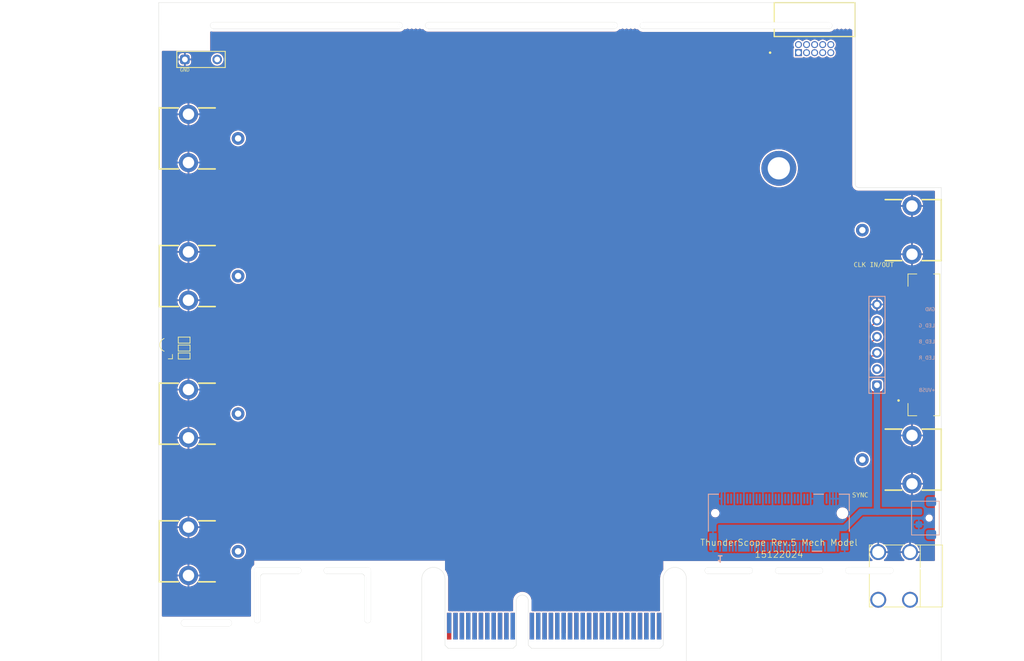
<source format=kicad_pcb>
(kicad_pcb (version 20241129) (generator "pcbnew") (generator_version "8.99")
  (layers (0 "F.Cu" signal "Top Layer") (2 "B.Cu" signal "Bottom Layer") (13 "F.Paste" user "Top Paste") (15 "B.Paste" user "Bottom Paste") (5 "F.SilkS" user "Top Overlay") (7 "B.SilkS" user "Bottom Overlay") (1 "F.Mask" user "Top Solder") (3 "B.Mask" user "Bottom Solder") (25 "Edge.Cuts" user))
  (property "CONFIGURATIONPARAMETERS" "")
  (property "CONFIGURATORNAME" "")
  (property "DRAWNBY" "Aleksa Bjelogrlic")
  (property "ISUSERCONFIGURABLE" "")
  (property "SHEETSYMBOLDESIGNATOR" "")
  (property "SHEETTOTAL" "14")
  (property "SPICEMODELCACHE" "")
  (property "VERSIONCONTROL_PROJFOLDERREVNUMBER" "")
  (property "VERSIONCONTROL_PROJFOLDERREVNUMBERSHORT" "")
  (property "VERSIONCONTROL_REVNUMBER" "")
  (property "VERSIONCONTROL_REVNUMBERSHORT" "")
  (net 0 "")
  (net 1 "Net-(D1-G)")
  (net 14 "Net-(D1-B)")
  (net 16 "Net-(D1-R)")
  (net 17 "/LED_R")
  (net 19 "/LED_G")
  (net 20 "+VUSB")
  (net 21 "/LED_B")
  (net 22 "/M2_PET1_P")
  (net 23 "/M2_PET1_N")
  (net 24 "/M2_PER0_P")
  (net 25 "/M2_PER2_P")
  (net 26 "/M2_PET3_P")
  (net 27 "/M2_REFCLK_N")
  (net 28 "/M2_PER3_P")
  (net 29 "/M2_REFCLK_P")
  (net 30 "/M2_PET2_N")
  (net 31 "/M2_PERST#")
  (net 35 "/M2_PER1_P")
  (net 38 "/M2_PER2_N")
  (net 41 "/M2_PER3_N")
  (net 49 "/M2_PER1_N")
  (net 52 "/M2_PET2_P")
  (net 61 "/M2_PER0_N")
  (net 62 "/M2_PET0_N")
  (net 64 "/M2_PET0_P")
  (net 65 "/M2_PET3_N")
  (net 71 "GND")
  (footprint "" (layer "F.Cu") (at 110.536095 142.2536)
    (property "Reference" "")
    (property "Value" "")
  )
  (footprint "" (layer "F.Cu") (at 125.291095 150.5036)
    (property "Reference" "")
    (property "Value" "")
  )
  (footprint "Thunderscope_Rev5:MOL_0731000105" (layer "F.Cu") (at 201.501095 125.1036 -90)
    (property "Reference" "J2" (hide yes))
    (property "Value" "BNC" (hide yes))
  )
  (footprint "" (layer "F.Cu") (at 94.586105 57.10359)
    (property "Reference" "")
    (property "Value" "")
  )
  (footprint "" (layer "F.Cu") (at 159.591085 57.1036)
    (property "Reference" "")
    (property "Value" "")
  )
  (footprint "" (layer "F.Cu") (at 126.441095 57.1036)
    (property "Reference" "")
    (property "Value" "")
  )
  (footprint "Thunderscope_Rev5:MOL_0731000105" (layer "F.Cu") (at 95.576095 139.52861 90)
    (property "Reference" "J1002A1" (hide yes))
    (property "Value" "BNC" (hide yes))
  )
  (footprint "Thunderscope_Rev5:PCIeX4-GF-2D-1000-1K-O64" (layer "F.Cu") (at 142.151095 151.3036)
    (property "Reference" "P1" (hide yes))
    (property "Value" "PCIeX4-GF-2D-1000-1K-O64" (hide yes))
  )
  (footprint "" (layer "F.Cu") (at 171.076095 142.2536)
    (property "Reference" "")
    (property "Value" "")
  )
  (footprint "" (layer "F.Cu") (at 198.701095 142.5536)
    (property "Reference" "")
    (property "Value" "")
  )
  (footprint "Thunderscope_Rev5:KEY_7792" (layer "F.Cu") (at 202.601095 143.4036 90)
    (property "Reference" "J11" (hide yes))
    (property "Value" "7792" (hide yes))
  )
  (footprint "" (layer "F.Cu") (at 94.501095 150.8036)
    (property "Reference" "")
    (property "Value" "")
  )
  (footprint "" (layer "F.Cu") (at 193.351095 57.128589)
    (property "Reference" "")
    (property "Value" "")
  )
  (footprint "" (layer "F.Cu") (at 111.176095 142.2536)
    (property "Reference" "")
    (property "Value" "")
  )
  (footprint "" (layer "F.Cu") (at 169.796095 142.2536)
    (property "Reference" "")
    (property "Value" "")
  )
  (footprint "" (layer "F.Cu") (at 102.501095 146.4286)
    (property "Reference" "")
    (property "Value" "")
  )
  (footprint "" (layer "F.Cu") (at 93.841095 57.10359)
    (property "Reference" "")
    (property "Value" "")
  )
  (footprint "" (layer "F.Cu") (at 93.101095 57.10359)
    (property "Reference" "")
    (property "Value" "")
  )
  (footprint "" (layer "F.Cu") (at 208.161105 142.2536)
    (property "Reference" "")
    (property "Value" "")
  )
  (footprint "" (layer "F.Cu") (at 182.766095 142.2536)
    (property "Reference" "")
    (property "Value" "")
  )
  (footprint "" (layer "F.Cu") (at 122.731085 150.5036)
    (property "Reference" "")
    (property "Value" "")
  )
  (footprint "" (layer "F.Cu") (at 203.041095 142.2536)
    (property "Reference" "")
    (property "Value" "")
  )
  (footprint "" (layer "F.Cu") (at 88.141095 150.5036)
    (property "Reference" "")
    (property "Value" "")
  )
  (footprint "" (layer "F.Cu") (at 208.801105 142.2536)
    (property "Reference" "")
    (property "Value" "")
  )
  (footprint "" (layer "F.Cu") (at 123.371085 150.5036)
    (property "Reference" "")
    (property "Value" "")
  )
  (footprint "" (layer "F.Cu") (at 112.456095 142.2536)
    (property "Reference" "")
    (property "Value" "")
  )
  (footprint "" (layer "F.Cu") (at 194.456095 142.2536)
    (property "Reference" "")
    (property "Value" "")
  )
  (footprint "Thunderscope_Rev5:AMPHENOL_F300-1B7H1-11036-E100" (layer "F.Cu") (at 207.276095 107.0536 90)
    (property "Reference" "J6" (hide yes))
    (property "Value" "F300-1B7H1-11036-E100" (hide yes))
  )
  (footprint "" (layer "F.Cu") (at 124.651095 150.5036)
    (property "Reference" "")
    (property "Value" "")
  )
  (footprint "" (layer "F.Cu") (at 205.601095 142.2536)
    (property "Reference" "")
    (property "Value" "")
  )
  (footprint "" (layer "F.Cu") (at 193.816095 142.2536)
    (property "Reference" "")
    (property "Value" "")
  )
  (footprint "" (layer "F.Cu") (at 182.126095 142.2536)
    (property "Reference" "")
    (property "Value" "")
  )
  (footprint "" (layer "F.Cu") (at 203.681095 142.2536)
    (property "Reference" "")
    (property "Value" "")
  )
  (footprint "" (layer "F.Cu") (at 124.011095 150.5036)
    (property "Reference" "")
    (property "Value" "")
  )
  (footprint "" (layer "F.Cu") (at 98.941095 150.5036)
    (property "Reference" "")
    (property "Value" "")
  )
  (footprint "" (layer "F.Cu") (at 195.911105 57.128589)
    (property "Reference" "")
    (property "Value" "")
  )
  (footprint "" (layer "F.Cu") (at 193.176095 142.2536)
    (property "Reference" "")
    (property "Value" "")
  )
  (footprint "" (layer "F.Cu") (at 100.861095 150.5036)
    (property "Reference" "")
    (property "Value" "")
  )
  (footprint "" (layer "F.Cu") (at 203.041095 142.2536)
    (property "Reference" "")
    (property "Value" "")
  )
  (footprint "" (layer "F.Cu") (at 87.501095 57.10359)
    (property "Reference" "")
    (property "Value" "")
  )
  (footprint "" (layer "F.Cu") (at 192.536095 142.2536)
    (property "Reference" "")
    (property "Value" "")
  )
  (footprint "Thunderscope_Rev5:GEN_R_0402" (layer "F.Cu") (at 91.001095 108.8036 180)
    (property "Reference" "R3" (hide yes))
    (property "Value" "1K" (hide yes))
  )
  (footprint "Thunderscope_Rev5:GEN_R_0402" (layer "F.Cu") (at 91.001095 106.3036 180)
    (property "Reference" "R2" (hide yes))
    (property "Value" "1K" (hide yes))
  )
  (footprint "Adaptor_Board_JoneyTech:M.2 Mounting Hole" (layer "F.Cu") (at 184.476095 79.2786)
    (property "Reference" "H1")
    (property "Value" "MountingHole")
  )
  (footprint "" (layer "F.Cu") (at 122.091085 150.5036)
    (property "Reference" "")
    (property "Value" "")
  )
  (footprint "" (layer "F.Cu") (at 121.451085 150.5036)
    (property "Reference" "")
    (property "Value" "")
  )
  (footprint "" (layer "F.Cu") (at 206.241095 142.2536)
    (property "Reference" "")
    (property "Value" "")
  )
  (footprint "" (layer "F.Cu") (at 195.271105 57.128589)
    (property "Reference" "")
    (property "Value" "")
  )
  (footprint "" (layer "F.Cu") (at 191.896095 142.2536)
    (property "Reference" "")
    (property "Value" "")
  )
  (footprint "" (layer "F.Cu") (at 172.356095 142.2536)
    (property "Reference" "")
    (property "Value" "")
  )
  (footprint "" (layer "F.Cu") (at 105.701095 142.5536)
    (property "Reference" "")
    (property "Value" "")
  )
  (footprint "" (layer "F.Cu") (at 89.001095 57.10359)
    (property "Reference" "")
    (property "Value" "")
  )
  (footprint "" (layer "F.Cu") (at 127.721105 57.1036)
    (property "Reference" "")
    (property "Value" "")
  )
  (footprint "" (layer "F.Cu") (at 127.211095 150.5036)
    (property "Reference" "")
    (property "Value" "")
  )
  (footprint "" (layer "F.Cu") (at 204.321095 142.2536)
    (property "Reference" "")
    (property "Value" "")
  )
  (footprint "" (layer "F.Cu") (at 161.511095 57.1036)
    (property "Reference" "")
    (property "Value" "")
  )
  (footprint "Thunderscope_Rev5:GEN_5.08mm_1x2_Pin_TH_RA" (layer "F.Cu") (at 93.651095 62.1536)
    (property "Reference" "J4" (hide yes))
    (property "Value" "TSW-101-16-G-Q-RA" (hide yes))
  )
  (footprint "" (layer "F.Cu") (at 99.581095 150.5036)
    (property "Reference" "")
    (property "Value" "")
  )
  (footprint "" (layer "F.Cu") (at 119.851095 146.4286)
    (property "Reference" "")
    (property "Value" "")
  )
  (footprint "" (layer "F.Cu") (at 207.521105 142.2536)
    (property "Reference" "")
    (property "Value" "")
  )
  (footprint "Thunderscope_Rev5:MOL_0731000105" (layer "F.Cu") (at 201.501095 89.0036 -90)
    (property "Reference" "J1" (hide yes))
    (property "Value" "BNC" (hide yes))
  )
  (footprint "" (layer "F.Cu") (at 126.571095 150.5036)
    (property "Reference" "")
    (property "Value" "")
  )
  (footprint "Thunderscope_Rev5:GEN_R_0402" (layer "F.Cu") (at 91.001095 107.5536 180)
    (property "Reference" "R1" (hide yes))
    (property "Value" "1K" (hide yes))
  )
  (footprint "" (layer "F.Cu") (at 176.601095 142.5536)
    (property "Reference" "")
    (property "Value" "")
  )
  (footprint "" (layer "F.Cu") (at 128.361105 57.1036)
    (property "Reference" "")
    (property "Value" "")
  )
  (footprint "" (layer "F.Cu") (at 144.65109 56.8036)
    (property "Reference" "")
    (property "Value" "")
  )
  (footprint "" (layer "F.Cu") (at 111.816095 142.2536)
    (property "Reference" "")
    (property "Value" "")
  )
  (footprint "" (layer "F.Cu") (at 204.961095 142.2536)
    (property "Reference" "")
    (property "Value" "")
  )
  (footprint "" (layer "F.Cu") (at 88.261095 57.10359)
    (property "Reference" "")
    (property "Value" "")
  )
  (footprint "" (layer "F.Cu") (at 116.651095 142.5536)
    (property "Reference" "")
    (property "Value" "")
  )
  (footprint "" (layer "F.Cu") (at 127.081095 57.1036)
    (property "Reference" "")
    (property "Value" "")
  )
  (footprint "" (layer "F.Cu") (at 194.631105 57.128589)
    (property "Reference" "")
    (property "Value" "")
  )
  (footprint "" (layer "F.Cu") (at 181.201095 56.8036)
    (property "Reference" "")
    (property "Value" "")
  )
  (footprint "" (layer "F.Cu") (at 206.881105 142.2536)
    (property "Reference" "")
    (property "Value" "")
  )
  (footprint "" (layer "F.Cu") (at 125.801095 57.1036)
    (property "Reference" "")
    (property "Value" "")
  )
  (footprint "" (layer "F.Cu") (at 125.931095 150.5036)
    (property "Reference" "")
    (property "Value" "")
  )
  (footprint "" (layer "F.Cu") (at 181.486095 142.2536)
    (property "Reference" "")
    (property "Value" "")
  )
  (footprint "" (layer "F.Cu") (at 204.321095 142.2536)
    (property "Reference" "")
    (property "Value" "")
  )
  (footprint "" (layer "F.Cu") (at 101.501095 150.5036)
    (property "Reference" "")
    (property "Value" "")
  )
  (footprint "Thunderscope_Rev5:MOL_0731000105" (layer "F.Cu") (at 95.576095 74.57861 90)
    (property "Reference" "J1002D1" (hide yes))
    (property "Value" "BNC" (hide yes))
  )
  (footprint "" (layer "F.Cu") (at 109.896095 142.2536)
    (property "Reference" "")
    (property "Value" "")
  )
  (footprint "" (layer "F.Cu") (at 100.221095 150.5036)
    (property "Reference" "")
    (property "Value" "")
  )
  (footprint "" (layer "F.Cu") (at 120.811085 150.5036)
    (property "Reference" "")
    (property "Value" "")
  )
  (footprint "" (layer "F.Cu") (at 208.161105 142.2536)
    (property "Reference" "")
    (property "Value" "")
  )
  (footprint "" (layer "F.Cu") (at 89.421095 150.5036)
    (property "Reference" "")
    (property "Value" "")
  )
  (footprint "" (layer "F.Cu") (at 90.061105 150.5036)
    (property "Reference" "")
    (property "Value" "")
  )
  (footprint "Thunderscope_Rev5:LED_Kingbright_APFA3010_3x1.5mm_Horizontal" (layer "F.Cu") (at 88.5 107.0536 90)
    (property "Reference" "D1" (hide yes))
    (property "Value" "RGB" (hide yes))
  )
  (footprint "Thunderscope_Rev5:MOL_0731000105" (layer "F.Cu") (at 95.576095 117.87861 90)
    (property "Reference" "J1002B1" (hide yes))
    (property "Value" "BNC" (hide yes))
  )
  (footprint "Thunderscope_Rev5:GEN_1.27mm_2x5_Pin_TH_RA" (layer "F.Cu") (at 190.101095 60.4536)
    (property "Reference" "J3" (hide yes))
    (property "Value" "1.27mm 6 Pin TH" (hide yes))
  )
  (footprint "" (layer "F.Cu") (at 171.716095 142.2536)
    (property "Reference" "")
    (property "Value" "")
  )
  (footprint "" (layer "F.Cu") (at 207.521105 142.2536)
    (property "Reference" "")
    (property "Value" "")
  )
  (footprint "" (layer "F.Cu") (at 193.991095 57.128589)
    (property "Reference" "")
    (property "Value" "")
  )
  (footprint "" (layer "F.Cu") (at 110.851095 56.8036)
    (property "Reference" "")
    (property "Value" "")
  )
  (footprint "" (layer "F.Cu") (at 162.151095 57.1036)
    (property "Reference" "")
    (property "Value" "")
  )
  (footprint "" (layer "F.Cu") (at 187.651095 142.5536)
    (property "Reference" "")
    (property "Value" "")
  )
  (footprint "" (layer "F.Cu") (at 88.781095 150.5036)
    (property "Reference" "")
    (property "Value" "")
  )
  (footprint "" (layer "F.Cu") (at 160.871095 57.1036)
    (property "Reference" "")
    (property "Value" "")
  )
  (footprint "" (layer "F.Cu") (at 160.231085 57.1036)
    (property "Reference" "")
    (property "Value" "")
  )
  (footprint "" (layer "F.Cu") (at 206.881105 142.2536)
    (property "Reference" "")
    (property "Value" "")
  )
  (footprint "" (layer "F.Cu") (at 183.406095 142.2536)
    (property "Reference" "")
    (property "Value" "")
  )
  (footprint "" (layer "F.Cu") (at 203.681095 142.2536)
    (property "Reference" "")
    (property "Value" "")
  )
  (footprint "" (layer "F.Cu") (at 209.441105 142.2536)
    (property "Reference" "")
    (property "Value" "")
  )
  (footprint "Thunderscope_Rev5:MOL_0731000105" (layer "F.Cu") (at 95.576095 96.22861 90)
    (property "Reference" "J1002C1" (hide yes))
    (property "Value" "BNC" (hide yes))
  )
  (footprint "" (layer "F.Cu") (at 180.846095 142.2536)
    (property "Reference" "")
    (property "Value" "")
  )
  (footprint "" (layer "F.Cu") (at 87.501095 150.5036)
    (property "Reference" "")
    (property "Value" "")
  )
  (footprint "" (layer "F.Cu") (at 204.961095 142.2536)
    (property "Reference" "")
    (property "Value" "")
  )
  (footprint "" (layer "F.Cu") (at 127.851095 150.5036)
    (property "Reference" "")
    (property "Value" "")
  )
  (footprint "" (layer "F.Cu") (at 205.601095 142.2536)
    (property "Reference" "")
    (property "Value" "")
  )
  (footprint "" (layer "F.Cu") (at 198.701095 142.5536)
    (property "Reference" "")
    (property "Value" "")
  )
  (footprint "" (layer "F.Cu") (at 206.241095 142.2536)
    (property "Reference" "")
    (property "Value" "")
  )
  (footprint "" (layer "F.Cu") (at 170.436095 142.2536)
    (property "Reference" "")
    (property "Value" "")
  )
  (footprint "" (layer "F.Cu") (at 91.051095 56.25359)
    (property "Reference" "")
    (property "Value" "")
  )
  (footprint "Thunderscope_Rev5:TE_M2_KEYM_2199230" (layer "B.Cu") (at 184.476095 135.0286)
    (property "Reference" "J8" (hide yes))
    (property "Value" "M.2 Key M" (hide yes))
  )
  (footprint "Thunderscope_Rev5:KYO_009155002852006" (layer "B.Cu") (at 207.441095 134.3036 -90)
    (property "Reference" "J10" (hide yes))
    (property "Value" "009155002852006" (hide yes))
  )
  (footprint "DSO.PcbLib:GEN_2.54MM_6_PIN_TH_RA" (layer "B.Cu") (at 199.901095 107.0536 90)
    (property "Reference" "J5" (hide yes))
    (property "Value" "2.54mm 6 Pin TH" (hide yes))
  )
  (gr_arc (start 195.451095 143.0536) (mid 194.951095 142.5536) (end 195.451095 142.0536) (stroke (width 0.05)) (layer "Edge.Cuts"))
  (gr_line (start 169.951095 156.8036) (end 169.951095 143.8786) (stroke (width 0.05)) (layer "Edge.Cuts"))
  (gr_arc (start 124.80109 56.3036) (mid 125.301095 56.8036) (end 124.80109 57.3036) (stroke (width 0.05)) (layer "Edge.Cuts"))
  (gr_line (start 163.1509 57.328417) (end 192.34641 57.328589) (stroke (width 0.05)) (layer "Edge.Cuts"))
  (gr_arc (start 192.3511 56.328589) (mid 192.851105 56.828589) (end 192.3511 57.328589) (stroke (width 0.05)) (layer "Edge.Cuts"))
  (gr_arc (start 190.901095 142.0536) (mid 191.401095 142.5536) (end 190.901095 143.0536) (stroke (width 0.05)) (layer "Edge.Cuts"))
  (gr_line (start 169.951095 156.8036) (end 210.001105 156.8036) (stroke (width 0.05)) (layer "Edge.Cuts"))
  (gr_line (start 124.80109 57.3036) (end 95.601095 57.3036) (stroke (width 0.05)) (layer "Edge.Cuts"))
  (gr_arc (start 179.851095 142.0536) (mid 180.351095 142.5536) (end 179.851095 143.0536) (stroke (width 0.05)) (layer "Edge.Cuts"))
  (gr_arc (start 118.851101 143.05359) (mid 119.204687 143.200012) (end 119.351105 143.553599) (stroke (width 0.05)) (layer "Edge.Cuts"))
  (gr_line (start 132.001095 154.3036) (end 132.001095 143.8786) (stroke (width 0.05)) (layer "Edge.Cuts"))
  (gr_line (start 173.351095 142.0536) (end 179.851095 142.0536) (stroke (width 0.05)) (layer "Edge.Cuts"))
  (gr_arc (start 166.301095 143.8786) (mid 168.126095 142.0536) (end 169.951095 143.8786) (stroke (width 0.05)) (layer "Edge.Cuts"))
  (gr_line (start 195.451095 142.0536) (end 201.951095 142.0536) (stroke (width 0.05)) (layer "Edge.Cuts"))
  (gr_line (start 102.001095 150.303603) (end 102.001095 142.5536) (stroke (width 0.05)) (layer "Edge.Cuts"))
  (gr_line (start 102.501105 142.0536) (end 108.914854 142.053606) (stroke (width 0.05)) (layer "Edge.Cuts"))
  (gr_arc (start 173.351095 143.0536) (mid 172.851095 142.5536) (end 173.351095 142.0536) (stroke (width 0.05)) (layer "Edge.Cuts"))
  (gr_line (start 87.001095 53.20361) (end 87.001095 156.8036) (stroke (width 0.05)) (layer "Edge.Cuts"))
  (gr_arc (start 120.351095 150.3036) (mid 119.851095 150.8036) (end 119.351095 150.3036) (stroke (width 0.05)) (layer "Edge.Cuts"))
  (gr_line (start 129.40109 56.3036) (end 158.60109 56.3036) (stroke (width 0.05)) (layer "Edge.Cuts"))
  (gr_line (start 210.001095 82.3036) (end 210.001105 156.8036) (stroke (width 0.05)) (layer "Edge.Cuts"))
  (gr_line (start 128.351095 156.8036) (end 128.351095 143.8786) (stroke (width 0.05)) (layer "Edge.Cuts"))
  (gr_line (start 143.201095 154.3036) (end 143.201095 147.3536) (stroke (width 0.05)) (layer "Edge.Cuts"))
  (gr_line (start 120.351095 150.3036) (end 120.351105 142.553597) (stroke (width 0.05)) (layer "Edge.Cuts"))
  (gr_line (start 179.851095 143.0536) (end 173.351095 143.0536) (stroke (width 0.05)) (layer "Edge.Cuts"))
  (gr_arc (start 113.46236 143.053614) (mid 112.949882 142.566112) (end 113.437336 142.053606) (stroke (width 0.05)) (layer "Edge.Cuts"))
  (gr_line (start 203.001075 82.3036) (end 197.001095 82.3036) (stroke (width 0.05)) (layer "Edge.Cuts"))
  (gr_arc (start 119.851112 142.05363) (mid 120.204632 142.200073) (end 120.351105 142.553597) (stroke (width 0.05)) (layer "Edge.Cuts"))
  (gr_line (start 142.701095 154.8036) (end 143.201095 154.3036) (stroke (width 0.05)) (layer "Edge.Cuts"))
  (gr_line (start 98.001095 151.3036) (end 91.001095 151.3036) (stroke (width 0.05)) (layer "Edge.Cuts"))
  (gr_arc (start 201.951095 142.0536) (mid 202.451095 142.5536) (end 201.951095 143.0536) (stroke (width 0.05)) (layer "Edge.Cuts"))
  (gr_arc (start 103.001095 150.3036) (mid 102.501095 150.8036) (end 102.001095 150.3036) (stroke (width 0.05)) (layer "Edge.Cuts"))
  (gr_line (start 158.60109 57.3036) (end 129.40109 57.3036) (stroke (width 0.05)) (layer "Edge.Cuts"))
  (gr_arc (start 95.601095 57.3036) (mid 95.1011 56.8036) (end 95.601095 56.3036) (stroke (width 0.05)) (layer "Edge.Cuts"))
  (gr_line (start 108.889835 143.05361) (end 103.501099 143.05359) (stroke (width 0.05)) (layer "Edge.Cuts"))
  (gr_arc (start 143.201095 147.3536) (mid 144.151095 146.4036) (end 145.101095 147.3536) (stroke (width 0.05)) (layer "Edge.Cuts"))
  (gr_arc (start 163.150853 57.328417) (mid 162.651095 56.8286) (end 163.150853 56.328783) (stroke (width 0.05)) (layer "Edge.Cuts"))
  (gr_line (start 95.601095 56.3036) (end 124.801095 56.3036) (stroke (width 0.05)) (layer "Edge.Cuts"))
  (gr_arc (start 98.001095 150.3036) (mid 98.501095 150.8036) (end 98.001095 151.3036) (stroke (width 0.05)) (layer "Edge.Cuts"))
  (gr_line (start 119.351095 143.5536) (end 119.351095 150.3036) (stroke (width 0.05)) (layer "Edge.Cuts"))
  (gr_arc (start 102.001095 142.553597) (mid 102.14754 142.200048) (end 102.501088 142.05363) (stroke (width 0.05)) (layer "Edge.Cuts"))
  (gr_line (start 192.3511 56.328589) (end 163.150853 56.328783) (stroke (width 0.05)) (layer "Edge.Cuts"))
  (gr_arc (start 91.001095 151.3036) (mid 90.501095 150.8036) (end 91.001095 150.3036) (stroke (width 0.05)) (layer "Edge.Cuts"))
  (gr_line (start 132.501095 154.8036) (end 142.701095 154.8036) (stroke (width 0.05)) (layer "Edge.Cuts"))
  (gr_arc (start 197.001095 82.3036) (mid 196.647543 82.15715) (end 196.501095 81.803595) (stroke (width 0.05)) (layer "Edge.Cuts"))
  (gr_line (start 201.951095 143.0536) (end 195.451095 143.0536) (stroke (width 0.05)) (layer "Edge.Cuts"))
  (gr_line (start 210.001095 82.3036) (end 203.001068 82.3036) (stroke (width 0.05)) (layer "Edge.Cuts"))
  (gr_line (start 184.401095 142.0536) (end 190.901095 142.0536) (stroke (width 0.05)) (layer "Edge.Cuts"))
  (gr_line (start 103.001095 143.5536) (end 103.001095 150.3036) (stroke (width 0.05)) (layer "Edge.Cuts"))
  (gr_line (start 145.101095 154.3036) (end 145.101095 147.3536) (stroke (width 0.05)) (layer "Edge.Cuts"))
  (gr_line (start 132.001095 154.3036) (end 132.501095 154.8036) (stroke (width 0.05)) (layer "Edge.Cuts"))
  (gr_arc (start 184.401095 143.0536) (mid 183.901095 142.5536) (end 184.401095 142.0536) (stroke (width 0.05)) (layer "Edge.Cuts"))
  (gr_line (start 165.801095 154.8036) (end 166.301095 154.3036) (stroke (width 0.05)) (layer "Edge.Cuts"))
  (gr_line (start 145.101095 154.3036) (end 145.601095 154.8036) (stroke (width 0.05)) (layer "Edge.Cuts"))
  (gr_arc (start 103.001095 143.553599) (mid 103.147514 143.200016) (end 103.501099 143.05359) (stroke (width 0.05)) (layer "Edge.Cuts"))
  (gr_line (start 166.301095 154.3036) (end 166.301095 143.8786) (stroke (width 0.05)) (layer "Edge.Cuts"))
  (gr_line (start 91.001095 150.3036) (end 98.001095 150.3036) (stroke (width 0.05)) (layer "Edge.Cuts"))
  (gr_line (start 190.901095 143.0536) (end 184.401095 143.0536) (stroke (width 0.05)) (layer "Edge.Cuts"))
  (gr_arc (start 128.351095 143.8786) (mid 130.176095 142.0536) (end 132.001095 143.8786) (stroke (width 0.05)) (layer "Edge.Cuts"))
  (gr_arc (start 129.40109 57.3036) (mid 128.901095 56.8036) (end 129.40109 56.3036) (stroke (width 0.05)) (layer "Edge.Cuts"))
  (gr_line (start 87.001095 53.20361) (end 196.501095 53.2036) (stroke (width 0.05)) (layer "Edge.Cuts"))
  (gr_line (start 145.601095 154.8036) (end 165.801095 154.8036) (stroke (width 0.05)) (layer "Edge.Cuts"))
  (gr_line (start 87.001095 156.8036) (end 128.351095 156.8036) (stroke (width 0.05)) (layer "Edge.Cuts"))
  (gr_arc (start 158.60109 56.3036) (mid 159.101095 56.8036) (end 158.60109 57.3036) (stroke (width 0.05)) (layer "Edge.Cuts"))
  (gr_line (start 119.851095 142.0536) (end 113.437336 142.053606) (stroke (width 0.05)) (layer "Edge.Cuts"))
  (gr_arc (start 108.914854 142.053606) (mid 109.40229 142.566112) (end 108.88983 143.053614) (stroke (width 0.05)) (layer "Edge.Cuts"))
  (gr_line (start 196.501095 81.80359) (end 196.501095 53.2036) (stroke (width 0.05)) (layer "Edge.Cuts"))
  (gr_line (start 113.462365 143.05361) (end 118.851101 143.05359) (stroke (width 0.05)) (layer "Edge.Cuts"))
  (gr_text "ThunderScope Rev.5 Mech Model" (at 184.501095 138.1536 0) (layer "F.SilkS") (effects (font (size 1 1) (thickness 0.1))))
  (gr_text "GND" (at 91.1011 63.8316 360) (layer "F.SilkS") (effects (font (size 0.6 0.6) (thickness 0.254))))
  (gr_text "15122024" (at 184.501095 140.0286 0) (layer "F.SilkS") (effects (font (size 1 1) (thickness 0.1))))
  (gr_text "SYNC" (at 196.001095 130.7261 360) (layer "F.SilkS") (effects (font (size 0.75 0.75) (thickness 0.254)) (justify left)))
  (gr_text "CLK IN/OUT" (at 199.4011 94.49225 360) (layer "F.SilkS") (effects (font (size 0.75 0.75) (thickness 0.254))))
  (gr_text "+VUSB" (at 209.01984 114.1966 0) (layer "B.SilkS") (effects (font (size 0.6 0.6)) (justify left mirror)))
  (gr_text "GND" (at 209.001095 101.4966 0) (layer "B.SilkS") (effects (font (size 0.6 0.6)) (justify left mirror)))
  (gr_text "LED_G" (at 209.001095 104.0536 0) (layer "B.SilkS") (effects (font (size 0.6 0.6)) (justify left mirror)))
  (gr_text "LED_R" (at 209.001515 109.11659 0) (layer "B.SilkS") (effects (font (size 0.6 0.6)) (justify left mirror)))
  (gr_text "LED_B" (at 209.00776 106.5766 0) (layer "B.SilkS") (effects (font (size 0.6 0.6)) (justify left mirror)))
  (segment (start 90.551085 106.3036) (end 90.201085 106.6536) (width 0.1524) (layer "F.Cu") (net 1))
  (segment (start 90.201085 106.6536) (end 88.95 106.6536) (width 0.1524) (layer "F.Cu") (net 1))
  (segment (start 90.551085 107.5536) (end 89.05 107.5536) (width 0.1524) (layer "F.Cu") (net 14))
  (segment (start 89.05 107.5536) (end 88.95 107.4536) (width 0.1524) (layer "F.Cu") (net 14))
  (segment (start 88.75 108.8036) (end 88.5 108.5536) (width 0.1524) (layer "F.Cu") (net 16))
  (segment (start 90.551085 108.8036) (end 88.75 108.8036) (width 0.1524) (layer "F.Cu") (net 16))
  (segment (start 199.421095 108.8036) (end 199.901095 108.3236) (width 0.1524) (layer "F.Cu") (net 17))
  (segment (start 91.451085 108.8036) (end 199.421095 108.8036) (width 0.1524) (layer "F.Cu") (net 17))
  (segment (start 91.451085 106.3036) (end 196.841095 106.3036) (width 0.1524) (layer "F.Cu") (net 19))
  (segment (start 196.841095 106.3036) (end 199.901095 103.2436) (width 0.1524) (layer "F.Cu") (net 19))
  (segment (start 199.901095 113.4036) (end 199.901095 133.2536) (width 1) (layer "B.Cu") (net 20))
  (segment (start 199.901095 133.2536) (end 199.951095 133.3036) (width 0.1524) (layer "B.Cu") (net 20))
  (segment (start 194.851095 135.8536) (end 193.851095 135.8536) (width 1) (layer "B.Cu") (net 20))
  (segment (start 197.401095 133.3036) (end 194.851095 135.8536) (width 1) (layer "B.Cu") (net 20))
  (segment (start 206.478595 133.3036) (end 199.951095 133.3036) (width 1) (layer "B.Cu") (net 20))
  (segment (start 199.951095 133.3036) (end 197.401095 133.3036) (width 1) (layer "B.Cu") (net 20))
  (segment (start 91.451085 107.5536) (end 198.131095 107.5536) (width 0.1524) (layer "F.Cu") (net 21))
  (segment (start 198.131095 107.5536) (end 199.901095 105.7836) (width 0.1524) (layer "F.Cu") (net 21))
  (zone (net 0) (net_name "") (layer "F.Cu") (connect_pads (clearance 0)) (min_thickness 0.25)
    (keepout (tracks not_allowed) (vias allowed) (pads allowed) (copperpour not_allowed) (footprints allowed))
    (fill (thermal_gap 0.5) (thermal_bridge_width 0.5))
    (polygon (pts (xy 166.301095 143.7786) (xy 209.501095 143.7786) (xy 209.501095 141.0536) (xy 166.301095 141.0536)))
  )
  (zone (net 0) (net_name "") (layer "F.Cu") (connect_pads (clearance 0)) (min_thickness 0.25)
    (keepout (tracks allowed) (vias allowed) (pads allowed) (copperpour not_allowed) (footprints allowed))
    (fill (thermal_gap 0.5) (thermal_bridge_width 0.5))
    (polygon (pts (xy 132.001095 149.2036) (xy 166.301095 149.2036) (xy 166.301095 154.8036) (xy 132.001095 154.8036)))
  )
  (zone (net 0) (net_name "") (layer "F.Cu") (connect_pads (clearance 0)) (min_thickness 0.25)
    (keepout (tracks not_allowed) (vias not_allowed) (pads not_allowed) (copperpour not_allowed) (footprints allowed))
    (fill (thermal_gap 0.5) (thermal_bridge_width 0.5))
    (polygon (pts (xy 102.001095 142.10398) (xy 102.051475 142.10398) (xy 120.300715 142.10398) (arc (start 120.300715 146.8536) (mid 120.315471 146.889224) (end 120.351095 146.90398)) (arc (start 128.351095 146.90398) (mid 128.386719 146.889224) (end 128.401475 146.8536)) (arc (start 128.401475 143.8786) (mid 130.176095 142.10398) (end 131.950715 143.8786)) (arc (start 131.950715 143.8786) (mid 131.965471 143.914224) (end 132.001095 143.92898)) (xy 132.001095 141.00322) (xy 102.001085 141.00323)))
  )
  (zone (net 0) (net_name "") (layer "F.Cu") (connect_pads (clearance 0)) (min_thickness 0.25)
    (keepout (tracks not_allowed) (vias not_allowed) (pads allowed) (copperpour not_allowed) (footprints allowed))
    (fill (thermal_gap 0.5) (thermal_bridge_width 0.5))
    (polygon (pts (xy 210.001095 141.9036) (xy 209.001095 141.9036) (xy 209.001095 57.7786) (xy 210.001095 57.7786)))
  )
  (zone (net 71) (net_name "GND") (layer "F.Cu") (priority 24) (connect_pads (clearance 0.254)) (min_thickness 0.254) (fill yes (thermal_gap 0.254) (thermal_bridge_width 0.254))
    (polygon (pts (xy 87.001095 156.8036) (xy 87.001095 52.8036) (xy 210.001095 52.8036) (xy 210.001095 156.8036)))
  )
  (zone (net 0) (net_name "") (layers "F&B.Cu") (connect_pads (clearance 0)) (min_thickness 0.25)
    (keepout (tracks not_allowed) (vias not_allowed) (pads not_allowed) (copperpour not_allowed) (footprints allowed))
    (fill (thermal_gap 0.5) (thermal_bridge_width 0.5))
    (polygon (pts (xy 168.126095 141.5536) (xy 168.126095 156.8036) (xy 210.001105 156.8036) (xy 210.001105 141.5536)))
  )
  (zone (net 0) (net_name "") (layers "F&B.Cu") (connect_pads (clearance 0)) (min_thickness 0.25)
    (keepout (tracks not_allowed) (vias not_allowed) (pads allowed) (copperpour not_allowed) (footprints allowed))
    (fill (thermal_gap 0.5) (thermal_bridge_width 0.5))
    (polygon (pts (xy 87.001095 60.8036) (xy 95.101095 60.8036) (xy 95.101095 53.2036) (xy 87.001095 53.2036)))
  )
  (zone (net 0) (net_name "") (layers "F&B.Cu") (connect_pads (clearance 0)) (min_thickness 0.25)
    (keepout (tracks not_allowed) (vias not_allowed) (pads allowed) (copperpour not_allowed) (footprints allowed))
    (fill (thermal_gap 0.5) (thermal_bridge_width 0.5))
    (polygon (pts (xy 120.351095 150.1786) (xy 128.351095 150.1786) (xy 128.351095 146.8536) (xy 120.351095 146.8536)))
  )
  (zone (net 0) (net_name "") (layers "F&B.Cu") (connect_pads (clearance 0)) (min_thickness 0.25)
    (keepout (tracks not_allowed) (vias not_allowed) (pads not_allowed) (copperpour not_allowed) (footprints allowed))
    (fill (thermal_gap 0.5) (thermal_bridge_width 0.5))
    (polygon (pts (xy 87.001095 156.8036) (xy 87.001095 149.8036) (xy 103.001095 149.8036) (xy 103.001095 143.0536) (xy 119.351095 143.0536) (xy 119.351095 149.8036) (xy 128.351095 149.8036) (xy 128.351095 156.8036)))
  )
  (zone (net 0) (net_name "") (layer "B.Cu") (connect_pads (clearance 0)) (min_thickness 0.25)
    (keepout (tracks not_allowed) (vias not_allowed) (pads not_allowed) (copperpour not_allowed) (footprints allowed))
    (fill (thermal_gap 0.5) (thermal_bridge_width 0.5))
    (polygon (pts (xy 102.001095 142.10398) (xy 102.051475 142.10398) (xy 120.300715 142.10398) (arc (start 120.300715 146.8536) (mid 120.315471 146.889224) (end 120.351095 146.90398)) (arc (start 128.351095 146.90398) (mid 128.386719 146.889224) (end 128.401475 146.8536)) (arc (start 128.401475 143.8786) (mid 130.176095 142.10398) (end 131.950715 143.8786)) (arc (start 131.950715 143.8786) (mid 131.965472 143.914225) (end 132.001098 143.92898)) (xy 132.001095 143.92898) (xy 132.001095 141.00322) (xy 102.001105 141.00321)))
  )
  (zone (net 0) (net_name "") (layer "B.Cu") (connect_pads (clearance 0)) (min_thickness 0.25)
    (keepout (tracks not_allowed) (vias not_allowed) (pads allowed) (copperpour not_allowed) (footprints allowed))
    (fill (thermal_gap 0.5) (thermal_bridge_width 0.5))
    (polygon (pts (xy 210.001095 141.9036) (xy 209.001095 141.9036) (xy 209.001095 57.7786) (xy 210.001095 57.7786)))
  )
  (zone (net 0) (net_name "") (layer "B.Cu") (connect_pads (clearance 0)) (min_thickness 0.25)
    (keepout (tracks allowed) (vias allowed) (pads allowed) (copperpour not_allowed) (footprints allowed))
    (fill (thermal_gap 0.5) (thermal_bridge_width 0.5))
    (polygon (pts (xy 132.001095 149.2036) (xy 166.301095 149.2036) (xy 166.301095 154.8036) (xy 132.051095 154.8036) (xy 132.001095 154.8036)))
  )
  (zone (net 0) (net_name "") (layer "B.Cu") (connect_pads (clearance 0)) (min_thickness 0.25)
    (keepout (tracks not_allowed) (vias allowed) (pads allowed) (copperpour not_allowed) (footprints allowed))
    (fill (thermal_gap 0.5) (thermal_bridge_width 0.5))
    (polygon (pts (xy 166.301095 143.7786) (xy 209.501095 143.7786) (xy 209.501095 141.0536) (xy 166.301095 141.0536)))
  )
  (zone (net 71) (net_name "GND") (layer "B.Cu") (connect_pads (clearance 0.254)) (min_thickness 0.254) (fill yes (thermal_gap 0.254) (thermal_bridge_width 0.254))
    (polygon (pts (xy 87.001095 156.8036) (xy 87.001095 52.8036) (xy 210.001095 52.8036) (xy 210.001095 156.8036)))
  )
  (zone (net 20) (net_name "+VUSB") (layer "B.Cu") (priority 1) (connect_pads thru_hole_only (clearance 0.254)) (min_thickness 0.254) (fill yes (thermal_gap 0.5) (thermal_bridge_width 0.5))
    (polygon (pts (xy 174.926095 139.5786) (xy 174.926095 135.3536) (xy 194.026095 135.3536) (xy 194.026095 139.5786)))
  )
)
</source>
